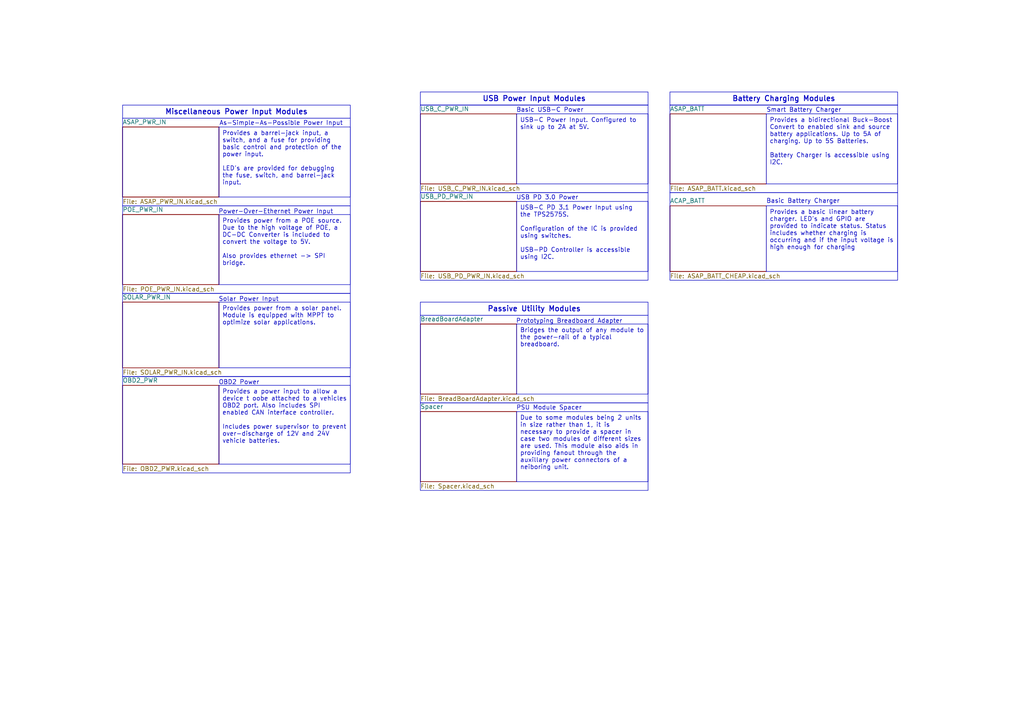
<source format=kicad_sch>
(kicad_sch
	(version 20250114)
	(generator "eeschema")
	(generator_version "9.0")
	(uuid "9ba67d81-ecb1-440f-acc3-1f300aa3c579")
	(paper "A4")
	(title_block
		(title "Modular PSU")
		(date "2025-05-13")
		(rev "A1")
		(company "DanWave Design")
		(comment 1 "Design By: Daniel Manla")
		(comment 2 "Open Hardware")
	)
	(lib_symbols)
	(rectangle
		(start 121.92 91.44)
		(end 187.96 116.84)
		(stroke
			(width 0)
			(type default)
		)
		(fill
			(type none)
		)
		(uuid 01a54fe7-ef1d-4c3a-8522-2b21c011c975)
	)
	(rectangle
		(start 121.92 55.88)
		(end 187.96 81.28)
		(stroke
			(width 0)
			(type default)
		)
		(fill
			(type none)
		)
		(uuid 1653a54f-fee9-469e-a760-74d9b4524ed5)
	)
	(rectangle
		(start 194.31 55.88)
		(end 260.35 81.28)
		(stroke
			(width 0)
			(type default)
		)
		(fill
			(type none)
		)
		(uuid 276b9a20-b480-43e0-a601-0c9c85edf7ba)
	)
	(rectangle
		(start 121.92 30.48)
		(end 187.96 55.88)
		(stroke
			(width 0)
			(type default)
		)
		(fill
			(type none)
		)
		(uuid 2df73c55-35ce-446b-b645-50fdfa042b6e)
	)
	(rectangle
		(start 35.56 59.69)
		(end 101.6 85.09)
		(stroke
			(width 0)
			(type default)
		)
		(fill
			(type none)
		)
		(uuid 2f3a83df-8753-4c6e-a716-84f21e9a9af9)
	)
	(rectangle
		(start 194.31 30.48)
		(end 260.35 55.88)
		(stroke
			(width 0)
			(type default)
		)
		(fill
			(type none)
		)
		(uuid 666b86ed-bd2a-4dec-a4b9-938f741891a8)
	)
	(rectangle
		(start 35.56 85.09)
		(end 101.6 109.22)
		(stroke
			(width 0)
			(type default)
		)
		(fill
			(type none)
		)
		(uuid 6f92a976-2165-48eb-8d09-4ba77cbccd22)
	)
	(rectangle
		(start 121.92 116.84)
		(end 187.96 142.24)
		(stroke
			(width 0)
			(type default)
		)
		(fill
			(type none)
		)
		(uuid 7aacaf58-fc72-4422-a6fa-5019b4a94fe3)
	)
	(rectangle
		(start 35.56 109.22)
		(end 101.6 137.16)
		(stroke
			(width 0)
			(type default)
		)
		(fill
			(type none)
		)
		(uuid aa728584-7a88-4256-9edc-1eaee1fbcbca)
	)
	(rectangle
		(start 35.56 34.29)
		(end 101.6 59.69)
		(stroke
			(width 0)
			(type default)
		)
		(fill
			(type none)
		)
		(uuid dd5f43a9-6ecf-4529-b873-7fb2105dba20)
	)
	(text "Smart Battery Charger"
		(exclude_from_sim no)
		(at 233.172 32.004 0)
		(effects
			(font
				(size 1.27 1.27)
			)
		)
		(uuid "025befc4-0f7a-4e73-a31d-3e63dde55ac9")
	)
	(text "Basic Battery Charger"
		(exclude_from_sim no)
		(at 232.918 58.42 0)
		(effects
			(font
				(size 1.27 1.27)
			)
		)
		(uuid "239d8858-233f-4d54-938d-12a10527c30a")
	)
	(text "OBD2 Power"
		(exclude_from_sim no)
		(at 69.342 110.998 0)
		(effects
			(font
				(size 1.27 1.27)
			)
		)
		(uuid "42f76116-d6db-4b81-bd18-b699c95959a4")
	)
	(text "USB PD 3.0 Power"
		(exclude_from_sim no)
		(at 158.75 57.404 0)
		(effects
			(font
				(size 1.27 1.27)
			)
		)
		(uuid "4feb1c5d-889c-4971-a3b9-77f57e66538c")
	)
	(text "As-Simple-As-Possible Power Input"
		(exclude_from_sim no)
		(at 81.534 35.814 0)
		(effects
			(font
				(size 1.27 1.27)
			)
		)
		(uuid "6b900a59-2c82-4b8c-95ca-31d2b0588e15")
	)
	(text "Prototyping Breadboard Adapter"
		(exclude_from_sim no)
		(at 165.1 93.218 0)
		(effects
			(font
				(size 1.27 1.27)
			)
		)
		(uuid "7bd2a8bf-5f57-4719-958c-8c2f426248eb")
	)
	(text "Solar Power Input"
		(exclude_from_sim no)
		(at 72.136 86.868 0)
		(effects
			(font
				(size 1.27 1.27)
			)
		)
		(uuid "88c26037-635c-41a7-a4cf-7e81a3a2f81d")
	)
	(text "PSU Module Spacer"
		(exclude_from_sim no)
		(at 159.258 118.364 0)
		(effects
			(font
				(size 1.27 1.27)
			)
		)
		(uuid "9835e308-d6f1-49b8-b12a-a19b9d5cca7f")
	)
	(text "Power-Over-Ethernet Power Input"
		(exclude_from_sim no)
		(at 80.01 61.468 0)
		(effects
			(font
				(size 1.27 1.27)
			)
		)
		(uuid "d6dcf5ee-9cc3-40c5-ba2b-a16ec23adf47")
	)
	(text "Basic USB-C Power"
		(exclude_from_sim no)
		(at 159.512 32.004 0)
		(effects
			(font
				(size 1.27 1.27)
			)
		)
		(uuid "fc8f8b1a-e43b-4aaf-9098-6d3d3ae386c7")
	)
	(text_box "USB-C Power Input. Configured to sink up to 2A at 5V."
		(exclude_from_sim no)
		(at 149.86 33.02 0)
		(size 38.1 20.32)
		(margins 0.9525 0.9525 0.9525 0.9525)
		(stroke
			(width 0)
			(type solid)
		)
		(fill
			(type none)
		)
		(effects
			(font
				(size 1.27 1.27)
			)
			(justify left top)
		)
		(uuid "33babee2-7bc6-45dc-8e82-c37228bd0381")
	)
	(text_box "Provides power from a POE source. Due to the high voltage of POE, a DC-DC Converter is included to convert the voltage to 5V.\n\nAlso provides ethernet -> SPI bridge."
		(exclude_from_sim no)
		(at 63.5 62.23 0)
		(size 38.1 20.32)
		(margins 0.9525 0.9525 0.9525 0.9525)
		(stroke
			(width 0)
			(type solid)
		)
		(fill
			(type none)
		)
		(effects
			(font
				(size 1.27 1.27)
			)
			(justify left top)
		)
		(uuid "35dd4774-ac9c-477c-9f42-e3a0aca36779")
	)
	(text_box "Provides a power input to allow a device t oobe attached to a vehicles OBD2 port. Also includes SPI enabled CAN interface controller.\n\nIncludes power supervisor to prevent over-discharge of 12V and 24V vehicle batteries."
		(exclude_from_sim no)
		(at 63.5 111.76 0)
		(size 38.1 22.86)
		(margins 0.9525 0.9525 0.9525 0.9525)
		(stroke
			(width 0)
			(type solid)
		)
		(fill
			(type none)
		)
		(effects
			(font
				(size 1.27 1.27)
			)
			(justify left top)
		)
		(uuid "3f391576-19a3-449c-a9ff-14c61e068176")
	)
	(text_box "Bridges the output of any module to the power-rail of a typical breadboard."
		(exclude_from_sim no)
		(at 149.86 93.98 0)
		(size 38.1 20.32)
		(margins 0.9525 0.9525 0.9525 0.9525)
		(stroke
			(width 0)
			(type solid)
		)
		(fill
			(type none)
		)
		(effects
			(font
				(size 1.27 1.27)
			)
			(justify left top)
		)
		(uuid "466b483a-b023-490e-b554-286c6f0e9fb0")
	)
	(text_box "Passive Utility Modules"
		(exclude_from_sim no)
		(at 121.92 87.63 0)
		(size 66.04 3.81)
		(margins 0.9525 0.9525 0.9525 0.9525)
		(stroke
			(width 0)
			(type solid)
		)
		(fill
			(type none)
		)
		(effects
			(font
				(size 1.524 1.524)
				(thickness 0.254)
				(bold yes)
			)
			(justify top)
		)
		(uuid "66162460-8677-4807-8051-4b5e23f2260a")
	)
	(text_box "Due to some modules being 2 units in size rather than 1, it is necessary to provide a spacer in case two modules of different sizes are used. This module also aids in providing fanout through the auxillary power connectors of a neiboring unit."
		(exclude_from_sim no)
		(at 149.86 119.38 0)
		(size 38.1 20.32)
		(margins 0.9525 0.9525 0.9525 0.9525)
		(stroke
			(width 0)
			(type solid)
		)
		(fill
			(type none)
		)
		(effects
			(font
				(size 1.27 1.27)
			)
			(justify left top)
		)
		(uuid "6677da0b-0660-486a-983b-ed503da168cd")
	)
	(text_box "Provides power from a solar panel. Module is equipped with MPPT to optimize solar applications."
		(exclude_from_sim no)
		(at 63.5 87.63 0)
		(size 38.1 19.05)
		(margins 0.9525 0.9525 0.9525 0.9525)
		(stroke
			(width 0)
			(type solid)
		)
		(fill
			(type none)
		)
		(effects
			(font
				(size 1.27 1.27)
			)
			(justify left top)
		)
		(uuid "726f8f05-2aa5-4d4e-bb4a-8f2b9a096f68")
	)
	(text_box "USB Power Input Modules"
		(exclude_from_sim no)
		(at 121.92 26.67 0)
		(size 66.04 3.81)
		(margins 0.9525 0.9525 0.9525 0.9525)
		(stroke
			(width 0)
			(type solid)
		)
		(fill
			(type none)
		)
		(effects
			(font
				(size 1.524 1.524)
				(thickness 0.254)
				(bold yes)
			)
			(justify top)
		)
		(uuid "892dae1e-1bd3-43d1-b26a-ccae4abd303d")
	)
	(text_box "Provides a basic linear battery charger. LED's and GPIO are provided to indicate status. Status includes whether charging is occurring and if the input voltage is high enough for charging"
		(exclude_from_sim no)
		(at 222.25 59.69 0)
		(size 38.1 19.05)
		(margins 0.9525 0.9525 0.9525 0.9525)
		(stroke
			(width 0)
			(type solid)
		)
		(fill
			(type none)
		)
		(effects
			(font
				(size 1.27 1.27)
			)
			(justify left top)
		)
		(uuid "8efc7c0a-9395-4d8d-9c35-0d0d5372930f")
	)
	(text_box "Battery Charging Modules"
		(exclude_from_sim no)
		(at 194.31 26.67 0)
		(size 66.04 3.81)
		(margins 0.9525 0.9525 0.9525 0.9525)
		(stroke
			(width 0)
			(type solid)
		)
		(fill
			(type none)
		)
		(effects
			(font
				(size 1.524 1.524)
				(thickness 0.254)
				(bold yes)
			)
			(justify top)
		)
		(uuid "902af23c-e62a-4b0c-a6c5-24633945f12f")
	)
	(text_box "Provides a bidirectional Buck-Boost Convert to enabled sink and source battery applications. Up to 5A of charging. Up to 5S Batteries.\n\nBattery Charger is accessible using I2C."
		(exclude_from_sim no)
		(at 222.25 33.02 0)
		(size 38.1 20.32)
		(margins 0.9525 0.9525 0.9525 0.9525)
		(stroke
			(width 0)
			(type solid)
		)
		(fill
			(type none)
		)
		(effects
			(font
				(size 1.27 1.27)
			)
			(justify left top)
		)
		(uuid "9fb9c560-e3eb-4c18-828a-6e3b86ab94f6")
	)
	(text_box "USB-C PD 3.1 Power Input using the TPS2575S.\n\nConfiguration of the IC is provided using switches.\n\nUSB-PD Controller is accessible using I2C."
		(exclude_from_sim no)
		(at 149.86 58.42 0)
		(size 38.1 20.32)
		(margins 0.9525 0.9525 0.9525 0.9525)
		(stroke
			(width 0)
			(type solid)
		)
		(fill
			(type none)
		)
		(effects
			(font
				(size 1.27 1.27)
			)
			(justify left top)
		)
		(uuid "aabcadd1-3d2f-4a99-854f-11f6a4bcd744")
	)
	(text_box "Provides a barrel-jack input, a switch, and a fuse for providing basic control and protection of the power input.\n\nLED's are provided for debugging the fuse, switch, and barrel-jack input."
		(exclude_from_sim no)
		(at 63.5 36.83 0)
		(size 38.1 20.32)
		(margins 0.9525 0.9525 0.9525 0.9525)
		(stroke
			(width 0)
			(type solid)
		)
		(fill
			(type none)
		)
		(effects
			(font
				(size 1.27 1.27)
			)
			(justify left top)
		)
		(uuid "baf1a9c4-8e1a-4f17-bb9d-649b14d10afa")
	)
	(text_box "Miscellaneous Power Input Modules"
		(exclude_from_sim no)
		(at 35.56 30.48 0)
		(size 66.04 3.81)
		(margins 0.9525 0.9525 0.9525 0.9525)
		(stroke
			(width 0)
			(type solid)
		)
		(fill
			(type none)
		)
		(effects
			(font
				(size 1.524 1.524)
				(thickness 0.254)
				(bold yes)
			)
			(justify top)
		)
		(uuid "eacd0991-4120-40cb-b6c3-a64702bd4478")
	)
	(sheet
		(at 121.92 58.42)
		(size 27.94 20.32)
		(exclude_from_sim no)
		(in_bom yes)
		(on_board yes)
		(dnp no)
		(fields_autoplaced yes)
		(stroke
			(width 0.1524)
			(type solid)
		)
		(fill
			(color 0 0 0 0.0000)
		)
		(uuid "01230dd3-917d-4c4c-aa24-32160ff89bc0")
		(property "Sheetname" "USB_PD_PWR_IN"
			(at 121.92 57.7084 0)
			(effects
				(font
					(size 1.27 1.27)
				)
				(justify left bottom)
			)
		)
		(property "Sheetfile" "USB_PD_PWR_IN.kicad_sch"
			(at 121.92 79.3246 0)
			(effects
				(font
					(size 1.27 1.27)
				)
				(justify left top)
			)
		)
		(instances
			(project "ModularPSU"
				(path "/4bef1c7d-223e-45cc-b002-ac71b5420af1/8084812e-2ef0-4331-a345-38217d844be2"
					(page "9")
				)
			)
		)
	)
	(sheet
		(at 121.92 119.38)
		(size 27.94 20.32)
		(exclude_from_sim no)
		(in_bom yes)
		(on_board yes)
		(dnp no)
		(fields_autoplaced yes)
		(stroke
			(width 0.1524)
			(type solid)
		)
		(fill
			(color 0 0 0 0.0000)
		)
		(uuid "18caab63-24c7-41c4-8958-b6e4e3e42f2b")
		(property "Sheetname" "Spacer"
			(at 121.92 118.6684 0)
			(effects
				(font
					(size 1.27 1.27)
				)
				(justify left bottom)
			)
		)
		(property "Sheetfile" "Spacer.kicad_sch"
			(at 121.92 140.2846 0)
			(effects
				(font
					(size 1.27 1.27)
				)
				(justify left top)
			)
		)
		(instances
			(project "ModularPSU"
				(path "/4bef1c7d-223e-45cc-b002-ac71b5420af1/8084812e-2ef0-4331-a345-38217d844be2"
					(page "12")
				)
			)
		)
	)
	(sheet
		(at 35.56 36.83)
		(size 27.94 20.32)
		(exclude_from_sim no)
		(in_bom yes)
		(on_board yes)
		(dnp no)
		(fields_autoplaced yes)
		(stroke
			(width 0.1524)
			(type solid)
		)
		(fill
			(color 0 0 0 0.0000)
		)
		(uuid "240451c3-eb42-4494-a2d3-c6cbc835392d")
		(property "Sheetname" "ASAP_PWR_IN"
			(at 35.56 36.1184 0)
			(effects
				(font
					(size 1.27 1.27)
				)
				(justify left bottom)
			)
		)
		(property "Sheetfile" "ASAP_PWR_IN.kicad_sch"
			(at 35.56 57.7346 0)
			(effects
				(font
					(size 1.27 1.27)
				)
				(justify left top)
			)
		)
		(instances
			(project "ModularPSU"
				(path "/4bef1c7d-223e-45cc-b002-ac71b5420af1/8084812e-2ef0-4331-a345-38217d844be2"
					(page "3")
				)
			)
		)
	)
	(sheet
		(at 121.92 33.02)
		(size 27.94 20.32)
		(exclude_from_sim no)
		(in_bom yes)
		(on_board yes)
		(dnp no)
		(fields_autoplaced yes)
		(stroke
			(width 0.1524)
			(type solid)
		)
		(fill
			(color 0 0 0 0.0000)
		)
		(uuid "3c4c4cf9-ce03-470d-b7e2-7d33d98c2e32")
		(property "Sheetname" "USB_C_PWR_IN"
			(at 121.92 32.3084 0)
			(effects
				(font
					(size 1.27 1.27)
				)
				(justify left bottom)
			)
		)
		(property "Sheetfile" "USB_C_PWR_IN.kicad_sch"
			(at 121.92 53.9246 0)
			(effects
				(font
					(size 1.27 1.27)
				)
				(justify left top)
			)
		)
		(instances
			(project "ModularPSU"
				(path "/4bef1c7d-223e-45cc-b002-ac71b5420af1/8084812e-2ef0-4331-a345-38217d844be2"
					(page "8")
				)
			)
		)
	)
	(sheet
		(at 194.31 59.69)
		(size 27.94 19.05)
		(exclude_from_sim no)
		(in_bom yes)
		(on_board yes)
		(dnp no)
		(fields_autoplaced yes)
		(stroke
			(width 0.1524)
			(type solid)
		)
		(fill
			(color 0 0 0 0.0000)
		)
		(uuid "5a215a7d-89f4-4b0d-bf06-47fa76cf35d4")
		(property "Sheetname" "ACAP_BATT"
			(at 194.31 58.9784 0)
			(effects
				(font
					(size 1.27 1.27)
				)
				(justify left bottom)
			)
		)
		(property "Sheetfile" "ASAP_BATT_CHEAP.kicad_sch"
			(at 194.31 79.3246 0)
			(effects
				(font
					(size 1.27 1.27)
				)
				(justify left top)
			)
		)
		(instances
			(project "ModularPSU"
				(path "/4bef1c7d-223e-45cc-b002-ac71b5420af1/8084812e-2ef0-4331-a345-38217d844be2"
					(page "12")
				)
			)
		)
	)
	(sheet
		(at 121.92 93.98)
		(size 27.94 20.32)
		(exclude_from_sim no)
		(in_bom yes)
		(on_board yes)
		(dnp no)
		(fields_autoplaced yes)
		(stroke
			(width 0.1524)
			(type solid)
		)
		(fill
			(color 0 0 0 0.0000)
		)
		(uuid "a4eeda64-be9d-4267-a0b0-2df98a056f31")
		(property "Sheetname" "BreadBoardAdapter"
			(at 121.92 93.2684 0)
			(effects
				(font
					(size 1.27 1.27)
				)
				(justify left bottom)
			)
		)
		(property "Sheetfile" "BreadBoardAdapter.kicad_sch"
			(at 121.92 114.8846 0)
			(effects
				(font
					(size 1.27 1.27)
				)
				(justify left top)
			)
		)
		(instances
			(project "ModularPSU"
				(path "/4bef1c7d-223e-45cc-b002-ac71b5420af1/8084812e-2ef0-4331-a345-38217d844be2"
					(page "11")
				)
			)
		)
	)
	(sheet
		(at 35.56 87.63)
		(size 27.94 19.05)
		(exclude_from_sim no)
		(in_bom yes)
		(on_board yes)
		(dnp no)
		(fields_autoplaced yes)
		(stroke
			(width 0.1524)
			(type solid)
		)
		(fill
			(color 0 0 0 0.0000)
		)
		(uuid "ccdc67ba-db94-4780-931b-8ae757a447fe")
		(property "Sheetname" "SOLAR_PWR_IN"
			(at 35.56 86.9184 0)
			(effects
				(font
					(size 1.27 1.27)
				)
				(justify left bottom)
			)
		)
		(property "Sheetfile" "SOLAR_PWR_IN.kicad_sch"
			(at 35.56 107.2646 0)
			(effects
				(font
					(size 1.27 1.27)
				)
				(justify left top)
			)
		)
		(instances
			(project "ModularPSU"
				(path "/4bef1c7d-223e-45cc-b002-ac71b5420af1/8084812e-2ef0-4331-a345-38217d844be2"
					(page "7")
				)
			)
		)
	)
	(sheet
		(at 35.56 111.76)
		(size 27.94 22.86)
		(exclude_from_sim no)
		(in_bom yes)
		(on_board yes)
		(dnp no)
		(fields_autoplaced yes)
		(stroke
			(width 0.1524)
			(type solid)
		)
		(fill
			(color 0 0 0 0.0000)
		)
		(uuid "d6fcd76e-f3ce-43e7-9422-8ad4cb644ff0")
		(property "Sheetname" "OBD2_PWR"
			(at 35.56 111.0484 0)
			(effects
				(font
					(size 1.27 1.27)
				)
				(justify left bottom)
			)
		)
		(property "Sheetfile" "OBD2_PWR.kicad_sch"
			(at 35.56 135.2046 0)
			(effects
				(font
					(size 1.27 1.27)
				)
				(justify left top)
			)
		)
		(instances
			(project "ModularPSU"
				(path "/4bef1c7d-223e-45cc-b002-ac71b5420af1/8084812e-2ef0-4331-a345-38217d844be2"
					(page "15")
				)
			)
		)
	)
	(sheet
		(at 35.56 62.23)
		(size 27.94 20.32)
		(exclude_from_sim no)
		(in_bom yes)
		(on_board yes)
		(dnp no)
		(fields_autoplaced yes)
		(stroke
			(width 0.1524)
			(type solid)
		)
		(fill
			(color 0 0 0 0.0000)
		)
		(uuid "eb181ea3-243a-432b-a9b7-a6882a9604a8")
		(property "Sheetname" "POE_PWR_IN"
			(at 35.56 61.5184 0)
			(effects
				(font
					(size 1.27 1.27)
				)
				(justify left bottom)
			)
		)
		(property "Sheetfile" "POE_PWR_IN.kicad_sch"
			(at 35.56 83.1346 0)
			(effects
				(font
					(size 1.27 1.27)
				)
				(justify left top)
			)
		)
		(instances
			(project "ModularPSU"
				(path "/4bef1c7d-223e-45cc-b002-ac71b5420af1/8084812e-2ef0-4331-a345-38217d844be2"
					(page "6")
				)
			)
		)
	)
	(sheet
		(at 194.31 33.02)
		(size 27.94 20.32)
		(exclude_from_sim no)
		(in_bom yes)
		(on_board yes)
		(dnp no)
		(fields_autoplaced yes)
		(stroke
			(width 0.1524)
			(type solid)
		)
		(fill
			(color 0 0 0 0.0000)
		)
		(uuid "f04da677-f087-41ef-9b13-48dc44e326b4")
		(property "Sheetname" "ASAP_BATT"
			(at 194.31 32.3084 0)
			(effects
				(font
					(size 1.27 1.27)
				)
				(justify left bottom)
			)
		)
		(property "Sheetfile" "ASAP_BATT.kicad_sch"
			(at 194.31 53.9246 0)
			(effects
				(font
					(size 1.27 1.27)
				)
				(justify left top)
			)
		)
		(instances
			(project "ModularPSU"
				(path "/4bef1c7d-223e-45cc-b002-ac71b5420af1/8084812e-2ef0-4331-a345-38217d844be2"
					(page "10")
				)
			)
		)
	)
)

</source>
